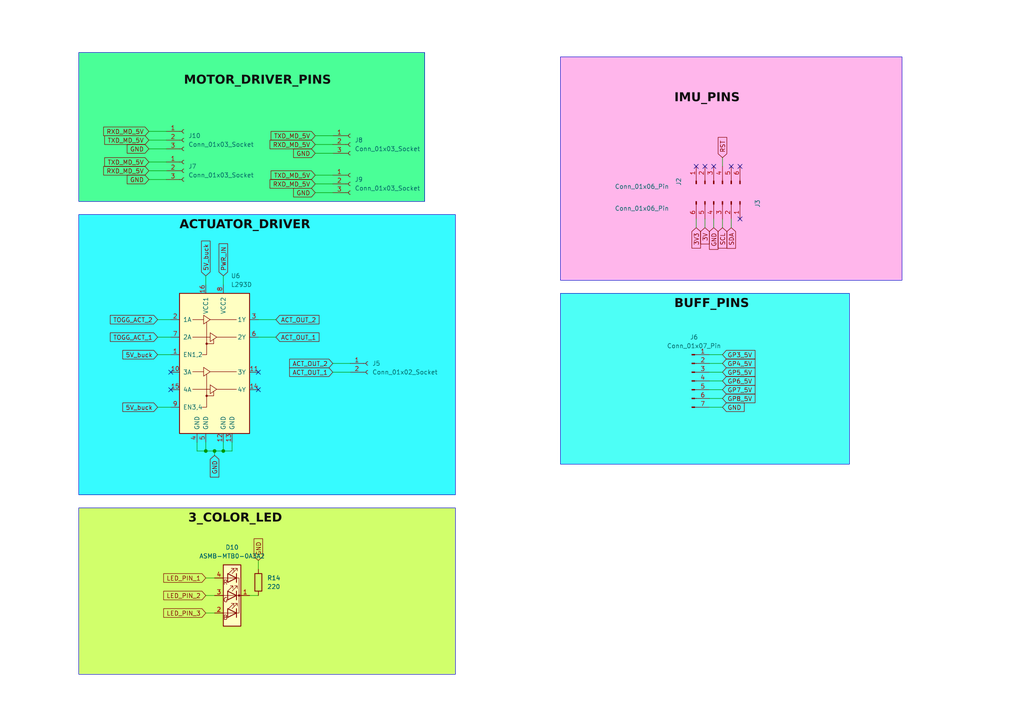
<source format=kicad_sch>
(kicad_sch (version 20231120) (generator "eeschema") (generator_version "8.0")
  (paper "A4")
  (lib_symbols
    (symbol "Connector:Conn_01x02_Socket" (pin_names (offset 1.016) hide)
      (property "Reference" "J" (at 0 2.54 0))
      (property "Value" "Conn_01x02_Socket" (at 0 -5.08 0))
      (symbol "Conn_01x02_Socket_1_1"
        (arc (start 0 -2.032) (mid -0.5058 -2.54) (end 0 -3.048) (stroke (width 0.1524)))
        (polyline (pts (xy -1.27 -2.54) (xy -0.508 -2.54)) (stroke (width 0.1524)))
        (polyline (pts (xy -1.27 0) (xy -0.508 0)) (stroke (width 0.1524)))
        (arc (start 0 0.508) (mid -0.5058 0) (end 0 -0.508) (stroke (width 0.1524)))
        (pin passive line (at -5.08 0 0) (length 3.81) (name "Pin_1") (number "1"))
        (pin passive line (at -5.08 -2.54 0) (length 3.81) (name "Pin_2") (number "2"))
      )
    )
    (symbol "Connector:Conn_01x03_Socket" (pin_names (offset 1.016) hide)
      (property "Reference" "J" (at 0 5.08 0))
      (property "Value" "Conn_01x03_Socket" (at 0 -5.08 0))
      (symbol "Conn_01x03_Socket_1_1"
        (arc (start 0 -2.032) (mid -0.5058 -2.54) (end 0 -3.048) (stroke (width 0.1524)))
        (polyline (pts (xy -1.27 -2.54) (xy -0.508 -2.54)) (stroke (width 0.1524)))
        (polyline (pts (xy -1.27 0) (xy -0.508 0)) (stroke (width 0.1524)))
        (polyline (pts (xy -1.27 2.54) (xy -0.508 2.54)) (stroke (width 0.1524)))
        (arc (start 0 0.508) (mid -0.5058 0) (end 0 -0.508) (stroke (width 0.1524)))
        (arc (start 0 3.048) (mid -0.5058 2.54) (end 0 2.032) (stroke (width 0.1524)))
        (pin passive line (at -5.08 2.54 0) (length 3.81) (name "Pin_1") (number "1"))
        (pin passive line (at -5.08 0 0) (length 3.81) (name "Pin_2") (number "2"))
        (pin passive line (at -5.08 -2.54 0) (length 3.81) (name "Pin_3") (number "3"))
      )
    )
    (symbol "Connector:Conn_01x06_Pin" (pin_names (offset 1.016) hide)
      (property "Reference" "J" (at 0 7.62 0))
      (property "Value" "Conn_01x06_Pin" (at 0 -10.16 0))
      (symbol "Conn_01x06_Pin_1_1"
        (polyline (pts (xy 1.27 -7.62) (xy 0.8636 -7.62)) (stroke (width 0.1524)))
        (polyline (pts (xy 1.27 -5.08) (xy 0.8636 -5.08)) (stroke (width 0.1524)))
        (polyline (pts (xy 1.27 -2.54) (xy 0.8636 -2.54)) (stroke (width 0.1524)))
        (polyline (pts (xy 1.27 0) (xy 0.8636 0)) (stroke (width 0.1524)))
        (polyline (pts (xy 1.27 2.54) (xy 0.8636 2.54)) (stroke (width 0.1524)))
        (polyline (pts (xy 1.27 5.08) (xy 0.8636 5.08)) (stroke (width 0.1524)))
        (rectangle (start 0.8636 -7.493) (end 0 -7.747) (stroke (width 0.1524)) (fill (type outline)))
        (rectangle (start 0.8636 -4.953) (end 0 -5.207) (stroke (width 0.1524)) (fill (type outline)))
        (rectangle (start 0.8636 -2.413) (end 0 -2.667) (stroke (width 0.1524)) (fill (type outline)))
        (rectangle (start 0.8636 0.127) (end 0 -0.127) (stroke (width 0.1524)) (fill (type outline)))
        (rectangle (start 0.8636 2.667) (end 0 2.413) (stroke (width 0.1524)) (fill (type outline)))
        (rectangle (start 0.8636 5.207) (end 0 4.953) (stroke (width 0.1524)) (fill (type outline)))
        (pin passive line (at 5.08 5.08 180) (length 3.81) (name "Pin_1") (number "1"))
        (pin passive line (at 5.08 2.54 180) (length 3.81) (name "Pin_2") (number "2"))
        (pin passive line (at 5.08 0 180) (length 3.81) (name "Pin_3") (number "3"))
        (pin passive line (at 5.08 -2.54 180) (length 3.81) (name "Pin_4") (number "4"))
        (pin passive line (at 5.08 -5.08 180) (length 3.81) (name "Pin_5") (number "5"))
        (pin passive line (at 5.08 -7.62 180) (length 3.81) (name "Pin_6") (number "6"))
      )
    )
    (symbol "Connector:Conn_01x07_Pin" (pin_names (offset 1.016) hide)
      (property "Reference" "J" (at 0 10.16 0))
      (property "Value" "Conn_01x07_Pin" (at 0 -10.16 0))
      (symbol "Conn_01x07_Pin_1_1"
        (polyline (pts (xy 1.27 -7.62) (xy 0.8636 -7.62)) (stroke (width 0.1524)))
        (polyline (pts (xy 1.27 -5.08) (xy 0.8636 -5.08)) (stroke (width 0.1524)))
        (polyline (pts (xy 1.27 -2.54) (xy 0.8636 -2.54)) (stroke (width 0.1524)))
        (polyline (pts (xy 1.27 0) (xy 0.8636 0)) (stroke (width 0.1524)))
        (polyline (pts (xy 1.27 2.54) (xy 0.8636 2.54)) (stroke (width 0.1524)))
        (polyline (pts (xy 1.27 5.08) (xy 0.8636 5.08)) (stroke (width 0.1524)))
        (polyline (pts (xy 1.27 7.62) (xy 0.8636 7.62)) (stroke (width 0.1524)))
        (rectangle (start 0.8636 -7.493) (end 0 -7.747) (stroke (width 0.1524)) (fill (type outline)))
        (rectangle (start 0.8636 -4.953) (end 0 -5.207) (stroke (width 0.1524)) (fill (type outline)))
        (rectangle (start 0.8636 -2.413) (end 0 -2.667) (stroke (width 0.1524)) (fill (type outline)))
        (rectangle (start 0.8636 0.127) (end 0 -0.127) (stroke (width 0.1524)) (fill (type outline)))
        (rectangle (start 0.8636 2.667) (end 0 2.413) (stroke (width 0.1524)) (fill (type outline)))
        (rectangle (start 0.8636 5.207) (end 0 4.953) (stroke (width 0.1524)) (fill (type outline)))
        (rectangle (start 0.8636 7.747) (end 0 7.493) (stroke (width 0.1524)) (fill (type outline)))
        (pin passive line (at 5.08 7.62 180) (length 3.81) (name "Pin_1") (number "1"))
        (pin passive line (at 5.08 5.08 180) (length 3.81) (name "Pin_2") (number "2"))
        (pin passive line (at 5.08 2.54 180) (length 3.81) (name "Pin_3") (number "3"))
        (pin passive line (at 5.08 0 180) (length 3.81) (name "Pin_4") (number "4"))
        (pin passive line (at 5.08 -2.54 180) (length 3.81) (name "Pin_5") (number "5"))
        (pin passive line (at 5.08 -5.08 180) (length 3.81) (name "Pin_6") (number "6"))
        (pin passive line (at 5.08 -7.62 180) (length 3.81) (name "Pin_7") (number "7"))
      )
    )
    (symbol "Device:R" (pin_numbers hide) (pin_names (offset 0))
      (property "Reference" "R" (at 2.032 0 90))
      (property "Value" "R" (at 0 0 90))
      (symbol "R_0_1"
        (rectangle (start -1.016 -2.54) (end 1.016 2.54) (stroke (width 0.254)))
      )
      (symbol "R_1_1"
        (pin passive line (at 0 3.81 270) (length 1.27) (name "~") (number "1"))
        (pin passive line (at 0 -3.81 90) (length 1.27) (name "~") (number "2"))
      )
    )
    (symbol "Driver_Motor:L293D" (pin_names (offset 1.016))
      (property "Reference" "U" (at -5.08 26.035 0))
      (property "Value" "L293D" (at -5.08 24.13 0))
      (symbol "L293D_0_1"
        (rectangle (start -10.16 22.86) (end 10.16 -17.78) (stroke (width 0.254)) (fill (type background)))
        (circle (center -2.286 -6.858) (radius 0.254) (fill (type outline)))
        (circle (center -2.286 8.255) (radius 0.254) (fill (type outline)))
        (polyline (pts (xy -6.35 -4.953) (xy -1.27 -4.953)))
        (polyline (pts (xy -6.35 0.127) (xy -3.175 0.127)))
        (polyline (pts (xy -6.35 10.16) (xy -1.27 10.16)))
        (polyline (pts (xy -6.35 15.24) (xy -3.175 15.24)))
        (polyline (pts (xy -1.27 0.127) (xy 6.35 0.127)))
        (polyline (pts (xy -1.27 15.24) (xy 6.35 15.24)))
        (polyline (pts (xy 0.635 -4.953) (xy 6.35 -4.953)))
        (polyline (pts (xy 0.635 10.16) (xy 6.35 10.16)))
        (polyline (pts (xy -2.286 -6.858) (xy -0.254 -6.858) (xy -0.254 -5.588)))
        (polyline (pts (xy -2.286 -0.635) (xy -2.286 -10.16) (xy -3.556 -10.16)))
        (polyline (pts (xy -2.286 8.255) (xy -0.254 8.255) (xy -0.254 9.525)))
        (polyline (pts (xy -2.286 14.478) (xy -2.286 5.08) (xy -3.556 5.08)))
        (polyline (pts (xy -3.175 1.397) (xy -3.175 -1.143) (xy -1.27 0.127) (xy -3.175 1.397)))
        (polyline (pts (xy -3.175 16.51) (xy -3.175 13.97) (xy -1.27 15.24) (xy -3.175 16.51)))
        (polyline (pts (xy -1.27 -3.683) (xy -1.27 -6.223) (xy 0.635 -4.953) (xy -1.27 -3.683)))
        (polyline (pts (xy -1.27 11.43) (xy -1.27 8.89) (xy 0.635 10.16) (xy -1.27 11.43)))
      )
      (symbol "L293D_1_1"
        (pin input line (at -12.7 5.08 0) (length 2.54) (name "EN1,2") (number "1"))
        (pin input line (at -12.7 0 0) (length 2.54) (name "3A") (number "10"))
        (pin output line (at 12.7 0 180) (length 2.54) (name "3Y") (number "11"))
        (pin power_in line (at 2.54 -20.32 90) (length 2.54) (name "GND") (number "12"))
        (pin power_in line (at 5.08 -20.32 90) (length 2.54) (name "GND") (number "13"))
        (pin output line (at 12.7 -5.08 180) (length 2.54) (name "4Y") (number "14"))
        (pin input line (at -12.7 -5.08 0) (length 2.54) (name "4A") (number "15"))
        (pin power_in line (at -2.54 25.4 270) (length 2.54) (name "VCC1") (number "16"))
        (pin input line (at -12.7 15.24 0) (length 2.54) (name "1A") (number "2"))
        (pin output line (at 12.7 15.24 180) (length 2.54) (name "1Y") (number "3"))
        (pin power_in line (at -5.08 -20.32 90) (length 2.54) (name "GND") (number "4"))
        (pin power_in line (at -2.54 -20.32 90) (length 2.54) (name "GND") (number "5"))
        (pin output line (at 12.7 10.16 180) (length 2.54) (name "2Y") (number "6"))
        (pin input line (at -12.7 10.16 0) (length 2.54) (name "2A") (number "7"))
        (pin power_in line (at 2.54 25.4 270) (length 2.54) (name "VCC2") (number "8"))
        (pin input line (at -12.7 -10.16 0) (length 2.54) (name "EN3,4") (number "9"))
      )
    )
    (symbol "LED:ASMB-MTB0-0A3A2_CC" (pin_names (offset 0) hide)
      (property "Reference" "D" (at 0 10.16 0))
      (property "Value" "ASMB-MTB0-0A3A2" (at 0 -10.16 0))
      (symbol "ASMB-MTB0-0A3A2_CC_0_0"
        (text "B" (at -1.905 -6.35 0) (effects (font (size 1.27 1.27))))
        (text "G" (at -1.905 -1.27 0) (effects (font (size 1.27 1.27))))
        (text "R" (at -1.905 3.81 0) (effects (font (size 1.27 1.27))))
      )
      (symbol "ASMB-MTB0-0A3A2_CC_0_1"
        (rectangle (start -2.54 8.89) (end 2.54 -8.89) (stroke (width 0.254)) (fill (type background)))
        (polyline (pts (xy -2.54 -5.08) (xy 1.27 -5.08)))
        (polyline (pts (xy 1.27 -3.81) (xy 1.27 -6.35)) (stroke (width 0.254)))
        (polyline (pts (xy 1.27 1.27) (xy 1.27 -1.27)) (stroke (width 0.254)))
        (polyline (pts (xy 1.27 5.08) (xy -2.54 5.08)))
        (polyline (pts (xy 1.27 6.35) (xy 1.27 3.81)) (stroke (width 0.254)))
        (polyline (pts (xy 2.54 0) (xy -2.54 0)))
        (polyline (pts (xy -1.27 -6.35) (xy -1.27 -3.81) (xy 1.27 -5.08) (xy -1.27 -6.35)) (stroke (width 0.254)))
        (polyline (pts (xy -1.27 -1.27) (xy -1.27 1.27) (xy 1.27 0) (xy -1.27 -1.27)) (stroke (width 0.254)))
        (polyline (pts (xy -1.27 3.81) (xy -1.27 6.35) (xy 1.27 5.08) (xy -1.27 3.81)) (stroke (width 0.254)))
        (polyline (pts (xy 1.27 -5.08) (xy 2.032 -5.08) (xy 2.032 5.08) (xy 1.27 5.08)))
        (polyline (pts (xy -1.27 1.27) (xy 0.254 2.794) (xy -0.508 2.794) (xy 0.254 2.794) (xy 0.254 2.032)))
        (polyline (pts (xy -1.016 -3.81) (xy 0.508 -2.286) (xy -0.254 -2.286) (xy 0.508 -2.286) (xy 0.508 -3.048)))
        (polyline (pts (xy -1.016 6.35) (xy 0.508 7.874) (xy -0.254 7.874) (xy 0.508 7.874) (xy 0.508 7.112)))
        (polyline (pts (xy 0 -3.81) (xy 1.524 -2.286) (xy 0.762 -2.286) (xy 1.524 -2.286) (xy 1.524 -3.048)))
        (polyline (pts (xy 0 1.27) (xy 1.524 2.794) (xy 0.762 2.794) (xy 1.524 2.794) (xy 1.524 2.032)))
        (polyline (pts (xy 0 6.35) (xy 1.524 7.874) (xy 0.762 7.874) (xy 1.524 7.874) (xy 1.524 7.112)))
        (rectangle (start 1.27 6.35) (end 1.27 6.35))
        (circle (center 2.032 0) (radius 0.254) (fill (type outline)))
      )
      (symbol "ASMB-MTB0-0A3A2_CC_1_1"
        (pin passive line (at 5.08 0 180) (length 2.54) (name "A") (number "1"))
        (pin passive line (at -5.08 -5.08 0) (length 2.54) (name "BK") (number "2"))
        (pin passive line (at -5.08 0 0) (length 2.54) (name "GK") (number "3"))
        (pin passive line (at -5.08 5.08 0) (length 2.54) (name "RK") (number "4"))
      )
    )
  )
  (junction (at 59.69 130.81))
  (junction (at 62.23 130.81))
  (junction (at 64.77 130.81))
  (no_connect (at 74.93 107.95))
  (no_connect (at 214.63 48.26))
  (no_connect (at 214.63 63.5))
  (no_connect (at 74.93 113.03))
  (no_connect (at 49.53 107.95))
  (no_connect (at 207.01 48.26))
  (no_connect (at 204.47 48.26))
  (no_connect (at 49.53 113.03))
  (no_connect (at 212.09 48.26))
  (no_connect (at 201.93 48.26))
  (wire (pts (xy 205.74 113.03) (xy 209.55 113.03)))
  (wire (pts (xy 209.55 63.5) (xy 209.55 66.04)))
  (wire (pts (xy 59.69 130.81) (xy 62.23 130.81)))
  (wire (pts (xy 201.93 63.5) (xy 201.93 66.04)))
  (wire (pts (xy 59.69 80.01) (xy 59.69 82.55)))
  (wire (pts (xy 59.69 167.64) (xy 62.23 167.64)))
  (wire (pts (xy 72.39 172.72) (xy 74.93 172.72)))
  (wire (pts (xy 67.31 128.27) (xy 67.31 130.81)))
  (wire (pts (xy 96.52 105.41) (xy 101.6 105.41)))
  (wire (pts (xy 91.44 39.37) (xy 96.52 39.37)))
  (wire (pts (xy 45.72 118.11) (xy 49.53 118.11)))
  (wire (pts (xy 74.93 97.79) (xy 80.01 97.79)))
  (wire (pts (xy 43.18 52.07) (xy 48.26 52.07)))
  (wire (pts (xy 64.77 128.27) (xy 64.77 130.81)))
  (wire (pts (xy 67.31 130.81) (xy 64.77 130.81)))
  (wire (pts (xy 91.44 44.45) (xy 96.52 44.45)))
  (wire (pts (xy 91.44 50.8) (xy 96.52 50.8)))
  (wire (pts (xy 205.74 107.95) (xy 209.55 107.95)))
  (wire (pts (xy 43.18 38.1) (xy 48.26 38.1)))
  (wire (pts (xy 74.93 162.56) (xy 74.93 165.1)))
  (wire (pts (xy 205.74 118.11) (xy 209.55 118.11)))
  (wire (pts (xy 57.15 130.81) (xy 59.69 130.81)))
  (wire (pts (xy 205.74 105.41) (xy 209.55 105.41)))
  (wire (pts (xy 43.18 46.99) (xy 48.26 46.99)))
  (wire (pts (xy 74.93 92.71) (xy 80.01 92.71)))
  (wire (pts (xy 45.72 102.87) (xy 49.53 102.87)))
  (wire (pts (xy 64.77 130.81) (xy 62.23 130.81)))
  (wire (pts (xy 45.72 97.79) (xy 49.53 97.79)))
  (wire (pts (xy 91.44 53.34) (xy 96.52 53.34)))
  (wire (pts (xy 43.18 40.64) (xy 48.26 40.64)))
  (wire (pts (xy 43.18 43.18) (xy 48.26 43.18)))
  (wire (pts (xy 59.69 177.8) (xy 62.23 177.8)))
  (wire (pts (xy 205.74 110.49) (xy 209.55 110.49)))
  (wire (pts (xy 205.74 115.57) (xy 209.55 115.57)))
  (wire (pts (xy 91.44 41.91) (xy 96.52 41.91)))
  (wire (pts (xy 64.77 80.01) (xy 64.77 82.55)))
  (wire (pts (xy 57.15 128.27) (xy 57.15 130.81)))
  (wire (pts (xy 62.23 130.81) (xy 62.23 132.08)))
  (wire (pts (xy 212.09 63.5) (xy 212.09 66.04)))
  (wire (pts (xy 209.55 45.72) (xy 209.55 48.26)))
  (wire (pts (xy 59.69 128.27) (xy 59.69 130.81)))
  (wire (pts (xy 43.18 49.53) (xy 48.26 49.53)))
  (wire (pts (xy 59.69 172.72) (xy 62.23 172.72)))
  (wire (pts (xy 96.52 107.95) (xy 101.6 107.95)))
  (wire (pts (xy 91.44 55.88) (xy 96.52 55.88)))
  (wire (pts (xy 204.47 63.5) (xy 204.47 66.04)))
  (wire (pts (xy 205.74 102.87) (xy 209.55 102.87)))
  (wire (pts (xy 207.01 63.5) (xy 207.01 66.04)))
  (wire (pts (xy 45.72 92.71) (xy 49.53 92.71)))
  (rectangle (start 22.86 147.32) (end 132.08 195.58) (fill (type color) (color 209 255 107 1)))
  (rectangle (start 162.56 85.09) (end 246.38 134.62) (fill (type color) (color 77 255 246 1)))
  (rectangle (start 22.86 62.23) (end 132.08 143.51) (fill (type color) (color 54 251 255 1)))
  (rectangle (start 162.56 16.51) (end 261.62 81.28) (fill (type color) (color 255 182 235 1)))
  (rectangle (start 22.86 15.24) (end 123.19 58.42) (fill (type color) (color 74 255 151 1)))
  (label "BUFF_PINS" (at 195.58 90.17 0) (effects (font (size 2.54 2.54))))
  (label "IMU_PINS" (at 195.58 30.48 0) (effects (font (size 2.54 2.54))))
  (label "MOTOR_DRIVER_PINS" (at 53.34 25.4 0) (effects (font (size 2.54 2.54))))
  (label "3_COLOR_LED" (at 54.61 152.4 0) (effects (font (size 2.54 2.54))))
  (label "ACTUATOR_DRIVER" (at 52.07 67.31 0) (effects (font (size 2.54 2.54))))
  (global_label "ACT_OUT_1" (shape input) (at 96.52 107.95 180) (property "Intersheetrefs" "${INTERSHEET_REFS}" (effects (hide yes))))
  (global_label "GND" (shape input) (at 91.44 44.45 180) (property "Intersheetrefs" "${INTERSHEET_REFS}" (effects (hide yes))))
  (global_label "GP4_5V" (shape input) (at 209.55 105.41 0) (property "Intersheetrefs" "${INTERSHEET_REFS}" (effects (hide yes))))
  (global_label "3V3" (shape input) (at 201.93 66.04 270) (property "Intersheetrefs" "${INTERSHEET_REFS}" (effects (hide yes))))
  (global_label "GND" (shape input) (at 62.23 132.08 270) (property "Intersheetrefs" "${INTERSHEET_REFS}" (effects (hide yes))))
  (global_label "TXD_MD_5V" (shape input) (at 91.44 39.37 180) (property "Intersheetrefs" "${INTERSHEET_REFS}" (effects (hide yes))))
  (global_label "SCL" (shape input) (at 209.55 66.04 270) (property "Intersheetrefs" "${INTERSHEET_REFS}" (effects (hide yes))))
  (global_label "LED_PIN_1" (shape input) (at 59.69 167.64 180) (property "Intersheetrefs" "${INTERSHEET_REFS}" (effects (hide yes))))
  (global_label "RXD_MD_5V" (shape input) (at 43.18 38.1 180) (property "Intersheetrefs" "${INTERSHEET_REFS}" (effects (hide yes))))
  (global_label "TOGG_ACT_2" (shape input) (at 45.72 92.71 180) (property "Intersheetrefs" "${INTERSHEET_REFS}" (effects (hide yes))))
  (global_label "GND" (shape input) (at 43.18 43.18 180) (property "Intersheetrefs" "${INTERSHEET_REFS}" (effects (hide yes))))
  (global_label "ACT_OUT_1" (shape input) (at 80.01 97.79 0) (property "Intersheetrefs" "${INTERSHEET_REFS}" (effects (hide yes))))
  (global_label "LED_PIN_2" (shape input) (at 59.69 172.72 180) (property "Intersheetrefs" "${INTERSHEET_REFS}" (effects (hide yes))))
  (global_label "3V" (shape input) (at 204.47 66.04 270) (property "Intersheetrefs" "${INTERSHEET_REFS}" (effects (hide yes))))
  (global_label "GND" (shape input) (at 91.44 55.88 180) (property "Intersheetrefs" "${INTERSHEET_REFS}" (effects (hide yes))))
  (global_label "5V_buck" (shape input) (at 45.72 102.87 180) (property "Intersheetrefs" "${INTERSHEET_REFS}" (effects (hide yes))))
  (global_label "GP8_5V" (shape input) (at 209.55 115.57 0) (property "Intersheetrefs" "${INTERSHEET_REFS}" (effects (hide yes))))
  (global_label "5V_buck" (shape input) (at 45.72 118.11 180) (property "Intersheetrefs" "${INTERSHEET_REFS}" (effects (hide yes))))
  (global_label "5V_buck" (shape input) (at 59.69 80.01 90) (property "Intersheetrefs" "${INTERSHEET_REFS}" (effects (hide yes))))
  (global_label "GP6_5V" (shape input) (at 209.55 110.49 0) (property "Intersheetrefs" "${INTERSHEET_REFS}" (effects (hide yes))))
  (global_label "GND" (shape input) (at 74.93 162.56 90) (property "Intersheetrefs" "${INTERSHEET_REFS}" (effects (hide yes))))
  (global_label "TXD_MD_5V" (shape input) (at 43.18 40.64 180) (property "Intersheetrefs" "${INTERSHEET_REFS}" (effects (hide yes))))
  (global_label "RST" (shape input) (at 209.55 45.72 90) (property "Intersheetrefs" "${INTERSHEET_REFS}" (effects (hide yes))))
  (global_label "RXD_MD_5V" (shape input) (at 43.18 49.53 180) (property "Intersheetrefs" "${INTERSHEET_REFS}" (effects (hide yes))))
  (global_label "ACT_OUT_2" (shape input) (at 96.52 105.41 180) (property "Intersheetrefs" "${INTERSHEET_REFS}" (effects (hide yes))))
  (global_label "RXD_MD_5V" (shape input) (at 91.44 53.34 180) (property "Intersheetrefs" "${INTERSHEET_REFS}" (effects (hide yes))))
  (global_label "SDA" (shape input) (at 212.09 66.04 270) (property "Intersheetrefs" "${INTERSHEET_REFS}" (effects (hide yes))))
  (global_label "GND" (shape input) (at 43.18 52.07 180) (property "Intersheetrefs" "${INTERSHEET_REFS}" (effects (hide yes))))
  (global_label "TXD_MD_5V" (shape input) (at 91.44 50.8 180) (property "Intersheetrefs" "${INTERSHEET_REFS}" (effects (hide yes))))
  (global_label "GP3_5V" (shape input) (at 209.55 102.87 0) (property "Intersheetrefs" "${INTERSHEET_REFS}" (effects (hide yes))))
  (global_label "TOGG_ACT_1" (shape input) (at 45.72 97.79 180) (property "Intersheetrefs" "${INTERSHEET_REFS}" (effects (hide yes))))
  (global_label "LED_PIN_3" (shape input) (at 59.69 177.8 180) (property "Intersheetrefs" "${INTERSHEET_REFS}" (effects (hide yes))))
  (global_label "ACT_OUT_2" (shape input) (at 80.01 92.71 0) (property "Intersheetrefs" "${INTERSHEET_REFS}" (effects (hide yes))))
  (global_label "RXD_MD_5V" (shape input) (at 91.44 41.91 180) (property "Intersheetrefs" "${INTERSHEET_REFS}" (effects (hide yes))))
  (global_label "GND" (shape input) (at 209.55 118.11 0) (property "Intersheetrefs" "${INTERSHEET_REFS}" (effects (hide yes))))
  (global_label "GP7_5V" (shape input) (at 209.55 113.03 0) (property "Intersheetrefs" "${INTERSHEET_REFS}" (effects (hide yes))))
  (global_label "TXD_MD_5V" (shape input) (at 43.18 46.99 180) (property "Intersheetrefs" "${INTERSHEET_REFS}" (effects (hide yes))))
  (global_label "PWR_IN" (shape input) (at 64.77 80.01 90) (property "Intersheetrefs" "${INTERSHEET_REFS}" (effects (hide yes))))
  (global_label "GP5_5V" (shape input) (at 209.55 107.95 0) (property "Intersheetrefs" "${INTERSHEET_REFS}" (effects (hide yes))))
  (global_label "GND" (shape input) (at 207.01 66.04 270) (property "Intersheetrefs" "${INTERSHEET_REFS}" (effects (hide yes))))
  (symbol (lib_id "Connector:Conn_01x02_Socket") (at 106.68 105.41 0) (unit 1)
    (property "Reference" "J5" (at 107.95 105.4099 0) (effects (justify left)))
    (property "Value" "Conn_01x02_Socket" (at 107.95 107.9499 0) (effects (justify left)))
    (property "Footprint" "Connector_Phoenix_MSTB:PhoenixContact_MSTBA_2,5_2-G_1x02_P5.00mm_Horizontal" (effects (hide yes)))
    (property "Description" "Generic connector, single row, 01x02, script generated" (effects (hide yes)))
  )
  (symbol (lib_id "Connector:Conn_01x03_Socket") (at 101.6 41.91 0) (unit 1)
    (property "Reference" "J8" (at 102.87 40.6399 0) (effects (justify left)))
    (property "Value" "Conn_01x03_Socket" (at 102.87 43.1799 0) (effects (justify left)))
    (property "Footprint" "Connector_JST:JST_EH_B3B-EH-A_1x03_P2.50mm_Vertical" (effects (hide yes)))
    (property "Description" "Generic connector, single row, 01x03, script generated" (effects (hide yes)))
  )
  (symbol (lib_id "Connector:Conn_01x07_Pin") (at 200.66 110.49 0) (unit 1)
    (property "Reference" "J6" (at 201.295 97.79 0))
    (property "Value" "Conn_01x07_Pin" (at 201.295 100.33 0))
    (property "Footprint" "Connector_PinHeader_2.54mm:PinHeader_1x07_P2.54mm_Vertical" (effects (hide yes)))
    (property "Description" "Generic connector, single row, 01x07, script generated" (effects (hide yes)))
  )
  (symbol (lib_id "Connector:Conn_01x03_Socket") (at 101.6 53.34 0) (unit 1)
    (property "Reference" "J9" (at 102.87 52.0699 0) (effects (justify left)))
    (property "Value" "Conn_01x03_Socket" (at 102.87 54.6099 0) (effects (justify left)))
    (property "Footprint" "Connector_JST:JST_EH_B3B-EH-A_1x03_P2.50mm_Vertical" (effects (hide yes)))
    (property "Description" "Generic connector, single row, 01x03, script generated" (effects (hide yes)))
  )
  (symbol (lib_id "Connector:Conn_01x06_Pin") (at 207.01 53.34 90) (unit 1)
    (property "Reference" "J2" (at 196.85 52.705 0))
    (property "Value" "Conn_01x06_Pin" (at 186.182 54.102 90))
    (property "Footprint" "Connector_PinHeader_2.54mm:PinHeader_1x06_P2.54mm_Vertical" (effects (hide yes)))
    (property "Description" "Generic connector, single row, 01x06, script generated" (effects (hide yes)))
  )
  (symbol (lib_id "Connector:Conn_01x03_Socket") (at 53.34 49.53 0) (unit 1)
    (property "Reference" "J7" (at 54.61 48.2599 0) (effects (justify left)))
    (property "Value" "Conn_01x03_Socket" (at 54.61 50.7999 0) (effects (justify left)))
    (property "Footprint" "Connector_JST:JST_EH_B3B-EH-A_1x03_P2.50mm_Vertical" (effects (hide yes)))
    (property "Description" "Generic connector, single row, 01x03, script generated" (effects (hide yes)))
  )
  (symbol (lib_id "Connector:Conn_01x06_Pin") (at 209.55 58.42 270) (unit 1)
    (property "Reference" "J3" (at 219.71 59.055 0))
    (property "Value" "Conn_01x06_Pin" (at 186.182 60.452 90))
    (property "Footprint" "Connector_PinHeader_2.54mm:PinHeader_1x06_P2.54mm_Vertical" (effects (hide yes)))
    (property "Description" "Generic connector, single row, 01x06, script generated" (effects (hide yes)))
  )
  (symbol (lib_id "LED:ASMB-MTB0-0A3A2_CC") (at 67.31 172.72 0) (unit 1)
    (property "Reference" "D10" (at 67.31 158.75 0))
    (property "Value" "ASMB-MTB0-0A3A2" (at 67.31 161.29 0))
    (property "Footprint" "LED_THT:LED_D5.0mm-4_RGB" (effects (hide yes)))
    (property "Datasheet" "https://docs.broadcom.com/docs/AV02-4186EN" (effects (hide yes)))
    (property "Description" "Tricolor Black Surface LED, Common Anode Pin 1, PLCC-4" (effects (hide yes)))
  )
  (symbol (lib_id "Connector:Conn_01x03_Socket") (at 53.34 40.64 0) (unit 1)
    (property "Reference" "J10" (at 54.61 39.3699 0) (effects (justify left)))
    (property "Value" "Conn_01x03_Socket" (at 54.61 41.9099 0) (effects (justify left)))
    (property "Footprint" "Connector_JST:JST_EH_B3B-EH-A_1x03_P2.50mm_Vertical" (effects (hide yes)))
    (property "Description" "Generic connector, single row, 01x03, script generated" (effects (hide yes)))
  )
  (symbol (lib_id "Driver_Motor:L293D") (at 62.23 107.95 0) (unit 1)
    (property "Reference" "U6" (at 66.9641 80.01 0) (effects (justify left)))
    (property "Value" "L293D" (at 66.9641 82.55 0) (effects (justify left)))
    (property "Footprint" "Package_DIP:DIP-16_W7.62mm" (effects (hide yes)))
    (property "Datasheet" "http://www.ti.com/lit/ds/symlink/l293.pdf" (effects (hide yes)))
    (property "Description" "Quadruple Half-H Drivers" (effects (hide yes)))
  )
  (symbol (lib_id "Device:R") (at 74.93 168.91 180) (unit 1)
    (property "Reference" "R14" (at 77.47 167.6399 0) (effects (justify right)))
    (property "Value" "220" (at 77.47 170.1799 0) (effects (justify right)))
    (property "Footprint" "Resistor_SMD:R_0805_2012Metric_Pad1.20x1.40mm_HandSolder" (effects (hide yes)))
    (property "Description" "Resistor" (effects (hide yes)))
  )
)
</source>
